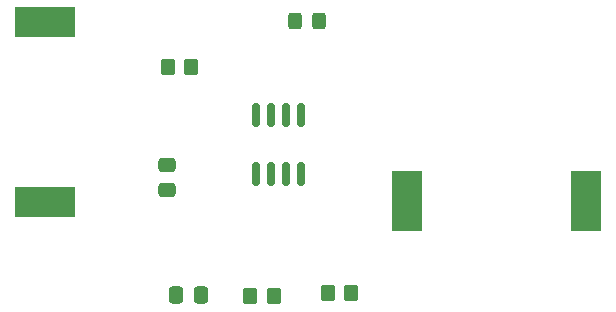
<source format=gbr>
%TF.GenerationSoftware,KiCad,Pcbnew,(6.0.1)*%
%TF.CreationDate,2022-02-07T09:53:41-08:00*%
%TF.ProjectId,kicad intro project,6b696361-6420-4696-9e74-726f2070726f,rev?*%
%TF.SameCoordinates,Original*%
%TF.FileFunction,Paste,Top*%
%TF.FilePolarity,Positive*%
%FSLAX46Y46*%
G04 Gerber Fmt 4.6, Leading zero omitted, Abs format (unit mm)*
G04 Created by KiCad (PCBNEW (6.0.1)) date 2022-02-07 09:53:41*
%MOMM*%
%LPD*%
G01*
G04 APERTURE LIST*
G04 Aperture macros list*
%AMRoundRect*
0 Rectangle with rounded corners*
0 $1 Rounding radius*
0 $2 $3 $4 $5 $6 $7 $8 $9 X,Y pos of 4 corners*
0 Add a 4 corners polygon primitive as box body*
4,1,4,$2,$3,$4,$5,$6,$7,$8,$9,$2,$3,0*
0 Add four circle primitives for the rounded corners*
1,1,$1+$1,$2,$3*
1,1,$1+$1,$4,$5*
1,1,$1+$1,$6,$7*
1,1,$1+$1,$8,$9*
0 Add four rect primitives between the rounded corners*
20,1,$1+$1,$2,$3,$4,$5,0*
20,1,$1+$1,$4,$5,$6,$7,0*
20,1,$1+$1,$6,$7,$8,$9,0*
20,1,$1+$1,$8,$9,$2,$3,0*%
G04 Aperture macros list end*
%ADD10RoundRect,0.250000X0.350000X0.450000X-0.350000X0.450000X-0.350000X-0.450000X0.350000X-0.450000X0*%
%ADD11RoundRect,0.250000X-0.325000X-0.450000X0.325000X-0.450000X0.325000X0.450000X-0.325000X0.450000X0*%
%ADD12RoundRect,0.150000X-0.150000X0.825000X-0.150000X-0.825000X0.150000X-0.825000X0.150000X0.825000X0*%
%ADD13R,2.500000X5.100000*%
%ADD14RoundRect,0.250000X-0.350000X-0.450000X0.350000X-0.450000X0.350000X0.450000X-0.350000X0.450000X0*%
%ADD15RoundRect,0.250000X-0.475000X0.337500X-0.475000X-0.337500X0.475000X-0.337500X0.475000X0.337500X0*%
%ADD16RoundRect,0.250000X-0.337500X-0.475000X0.337500X-0.475000X0.337500X0.475000X-0.337500X0.475000X0*%
%ADD17R,5.100000X2.500000*%
G04 APERTURE END LIST*
D10*
%TO.C,R3*%
X137675000Y-93450000D03*
X135675000Y-93450000D03*
%TD*%
D11*
%TO.C,D1*%
X146475000Y-89550000D03*
X148525000Y-89550000D03*
%TD*%
D12*
%TO.C,U1*%
X146955000Y-97550000D03*
X145685000Y-97550000D03*
X144415000Y-97550000D03*
X143145000Y-97550000D03*
X143145000Y-102500000D03*
X144415000Y-102500000D03*
X145685000Y-102500000D03*
X146955000Y-102500000D03*
%TD*%
D13*
%TO.C,BT1*%
X171125000Y-104800000D03*
X155925000Y-104800000D03*
%TD*%
D14*
%TO.C,R1*%
X142650000Y-112875000D03*
X144650000Y-112875000D03*
%TD*%
D15*
%TO.C,C1*%
X135657500Y-101762500D03*
X135657500Y-103837500D03*
%TD*%
D14*
%TO.C,R2*%
X149225000Y-112625000D03*
X151225000Y-112625000D03*
%TD*%
D16*
%TO.C,C2*%
X136420000Y-112800000D03*
X138495000Y-112800000D03*
%TD*%
D17*
%TO.C,BT2*%
X125275000Y-104850000D03*
X125275000Y-89650000D03*
%TD*%
M02*

</source>
